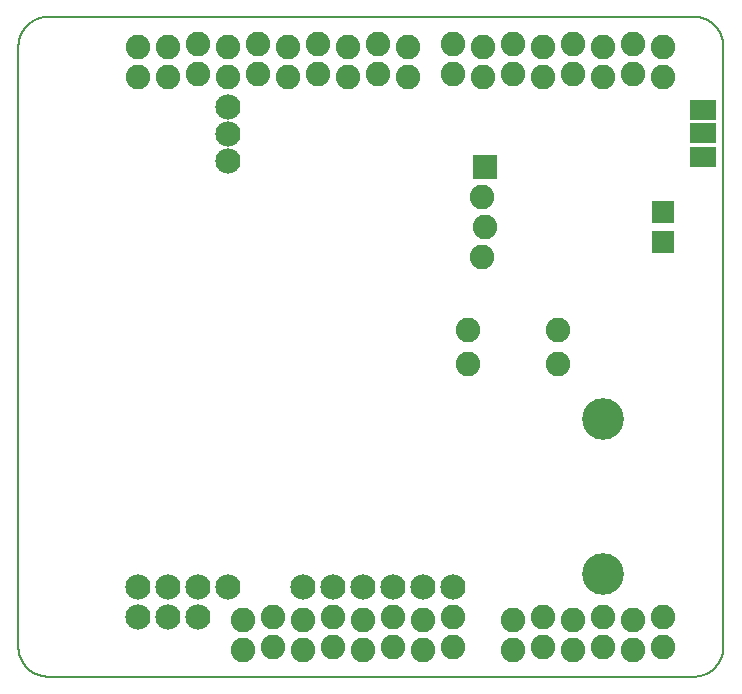
<source format=gbs>
G75*
%MOIN*%
%OFA0B0*%
%FSLAX25Y25*%
%IPPOS*%
%LPD*%
%AMOC8*
5,1,8,0,0,1.08239X$1,22.5*
%
%ADD10C,0.00500*%
%ADD11C,0.08200*%
%ADD12C,0.13900*%
%ADD13R,0.08674X0.06706*%
%ADD14R,0.08200X0.08200*%
%ADD15R,0.07200X0.07200*%
%ADD16C,0.08400*%
D10*
X0062524Y0033933D02*
X0062524Y0233933D01*
X0062527Y0234175D01*
X0062536Y0234416D01*
X0062550Y0234657D01*
X0062571Y0234898D01*
X0062597Y0235138D01*
X0062629Y0235378D01*
X0062667Y0235617D01*
X0062710Y0235854D01*
X0062760Y0236091D01*
X0062815Y0236326D01*
X0062875Y0236560D01*
X0062942Y0236792D01*
X0063013Y0237023D01*
X0063091Y0237252D01*
X0063174Y0237479D01*
X0063262Y0237704D01*
X0063356Y0237927D01*
X0063455Y0238147D01*
X0063560Y0238365D01*
X0063669Y0238580D01*
X0063784Y0238793D01*
X0063904Y0239003D01*
X0064029Y0239209D01*
X0064159Y0239413D01*
X0064294Y0239614D01*
X0064434Y0239811D01*
X0064578Y0240005D01*
X0064727Y0240195D01*
X0064881Y0240381D01*
X0065039Y0240564D01*
X0065201Y0240743D01*
X0065368Y0240918D01*
X0065539Y0241089D01*
X0065714Y0241256D01*
X0065893Y0241418D01*
X0066076Y0241576D01*
X0066262Y0241730D01*
X0066452Y0241879D01*
X0066646Y0242023D01*
X0066843Y0242163D01*
X0067044Y0242298D01*
X0067248Y0242428D01*
X0067454Y0242553D01*
X0067664Y0242673D01*
X0067877Y0242788D01*
X0068092Y0242897D01*
X0068310Y0243002D01*
X0068530Y0243101D01*
X0068753Y0243195D01*
X0068978Y0243283D01*
X0069205Y0243366D01*
X0069434Y0243444D01*
X0069665Y0243515D01*
X0069897Y0243582D01*
X0070131Y0243642D01*
X0070366Y0243697D01*
X0070603Y0243747D01*
X0070840Y0243790D01*
X0071079Y0243828D01*
X0071319Y0243860D01*
X0071559Y0243886D01*
X0071800Y0243907D01*
X0072041Y0243921D01*
X0072282Y0243930D01*
X0072524Y0243933D01*
X0287524Y0243933D01*
X0287766Y0243930D01*
X0288007Y0243921D01*
X0288248Y0243907D01*
X0288489Y0243886D01*
X0288729Y0243860D01*
X0288969Y0243828D01*
X0289208Y0243790D01*
X0289445Y0243747D01*
X0289682Y0243697D01*
X0289917Y0243642D01*
X0290151Y0243582D01*
X0290383Y0243515D01*
X0290614Y0243444D01*
X0290843Y0243366D01*
X0291070Y0243283D01*
X0291295Y0243195D01*
X0291518Y0243101D01*
X0291738Y0243002D01*
X0291956Y0242897D01*
X0292171Y0242788D01*
X0292384Y0242673D01*
X0292594Y0242553D01*
X0292800Y0242428D01*
X0293004Y0242298D01*
X0293205Y0242163D01*
X0293402Y0242023D01*
X0293596Y0241879D01*
X0293786Y0241730D01*
X0293972Y0241576D01*
X0294155Y0241418D01*
X0294334Y0241256D01*
X0294509Y0241089D01*
X0294680Y0240918D01*
X0294847Y0240743D01*
X0295009Y0240564D01*
X0295167Y0240381D01*
X0295321Y0240195D01*
X0295470Y0240005D01*
X0295614Y0239811D01*
X0295754Y0239614D01*
X0295889Y0239413D01*
X0296019Y0239209D01*
X0296144Y0239003D01*
X0296264Y0238793D01*
X0296379Y0238580D01*
X0296488Y0238365D01*
X0296593Y0238147D01*
X0296692Y0237927D01*
X0296786Y0237704D01*
X0296874Y0237479D01*
X0296957Y0237252D01*
X0297035Y0237023D01*
X0297106Y0236792D01*
X0297173Y0236560D01*
X0297233Y0236326D01*
X0297288Y0236091D01*
X0297338Y0235854D01*
X0297381Y0235617D01*
X0297419Y0235378D01*
X0297451Y0235138D01*
X0297477Y0234898D01*
X0297498Y0234657D01*
X0297512Y0234416D01*
X0297521Y0234175D01*
X0297524Y0233933D01*
X0297524Y0033933D01*
X0297521Y0033691D01*
X0297512Y0033450D01*
X0297498Y0033209D01*
X0297477Y0032968D01*
X0297451Y0032728D01*
X0297419Y0032488D01*
X0297381Y0032249D01*
X0297338Y0032012D01*
X0297288Y0031775D01*
X0297233Y0031540D01*
X0297173Y0031306D01*
X0297106Y0031074D01*
X0297035Y0030843D01*
X0296957Y0030614D01*
X0296874Y0030387D01*
X0296786Y0030162D01*
X0296692Y0029939D01*
X0296593Y0029719D01*
X0296488Y0029501D01*
X0296379Y0029286D01*
X0296264Y0029073D01*
X0296144Y0028863D01*
X0296019Y0028657D01*
X0295889Y0028453D01*
X0295754Y0028252D01*
X0295614Y0028055D01*
X0295470Y0027861D01*
X0295321Y0027671D01*
X0295167Y0027485D01*
X0295009Y0027302D01*
X0294847Y0027123D01*
X0294680Y0026948D01*
X0294509Y0026777D01*
X0294334Y0026610D01*
X0294155Y0026448D01*
X0293972Y0026290D01*
X0293786Y0026136D01*
X0293596Y0025987D01*
X0293402Y0025843D01*
X0293205Y0025703D01*
X0293004Y0025568D01*
X0292800Y0025438D01*
X0292594Y0025313D01*
X0292384Y0025193D01*
X0292171Y0025078D01*
X0291956Y0024969D01*
X0291738Y0024864D01*
X0291518Y0024765D01*
X0291295Y0024671D01*
X0291070Y0024583D01*
X0290843Y0024500D01*
X0290614Y0024422D01*
X0290383Y0024351D01*
X0290151Y0024284D01*
X0289917Y0024224D01*
X0289682Y0024169D01*
X0289445Y0024119D01*
X0289208Y0024076D01*
X0288969Y0024038D01*
X0288729Y0024006D01*
X0288489Y0023980D01*
X0288248Y0023959D01*
X0288007Y0023945D01*
X0287766Y0023936D01*
X0287524Y0023933D01*
X0072524Y0023933D01*
X0072282Y0023936D01*
X0072041Y0023945D01*
X0071800Y0023959D01*
X0071559Y0023980D01*
X0071319Y0024006D01*
X0071079Y0024038D01*
X0070840Y0024076D01*
X0070603Y0024119D01*
X0070366Y0024169D01*
X0070131Y0024224D01*
X0069897Y0024284D01*
X0069665Y0024351D01*
X0069434Y0024422D01*
X0069205Y0024500D01*
X0068978Y0024583D01*
X0068753Y0024671D01*
X0068530Y0024765D01*
X0068310Y0024864D01*
X0068092Y0024969D01*
X0067877Y0025078D01*
X0067664Y0025193D01*
X0067454Y0025313D01*
X0067248Y0025438D01*
X0067044Y0025568D01*
X0066843Y0025703D01*
X0066646Y0025843D01*
X0066452Y0025987D01*
X0066262Y0026136D01*
X0066076Y0026290D01*
X0065893Y0026448D01*
X0065714Y0026610D01*
X0065539Y0026777D01*
X0065368Y0026948D01*
X0065201Y0027123D01*
X0065039Y0027302D01*
X0064881Y0027485D01*
X0064727Y0027671D01*
X0064578Y0027861D01*
X0064434Y0028055D01*
X0064294Y0028252D01*
X0064159Y0028453D01*
X0064029Y0028657D01*
X0063904Y0028863D01*
X0063784Y0029073D01*
X0063669Y0029286D01*
X0063560Y0029501D01*
X0063455Y0029719D01*
X0063356Y0029939D01*
X0063262Y0030162D01*
X0063174Y0030387D01*
X0063091Y0030614D01*
X0063013Y0030843D01*
X0062942Y0031074D01*
X0062875Y0031306D01*
X0062815Y0031540D01*
X0062760Y0031775D01*
X0062710Y0032012D01*
X0062667Y0032249D01*
X0062629Y0032488D01*
X0062597Y0032728D01*
X0062571Y0032968D01*
X0062550Y0033209D01*
X0062536Y0033450D01*
X0062527Y0033691D01*
X0062524Y0033933D01*
D11*
X0137524Y0032933D03*
X0147524Y0033933D03*
X0157524Y0032933D03*
X0167524Y0033933D03*
X0177524Y0032933D03*
X0187524Y0033933D03*
X0197524Y0032933D03*
X0207524Y0033933D03*
X0207524Y0043933D03*
X0197524Y0042933D03*
X0187524Y0043933D03*
X0177524Y0042933D03*
X0167524Y0043933D03*
X0157524Y0042933D03*
X0147524Y0043933D03*
X0137524Y0042933D03*
X0227524Y0042933D03*
X0237524Y0043933D03*
X0247524Y0042933D03*
X0257524Y0043933D03*
X0267524Y0042933D03*
X0267524Y0032933D03*
X0257524Y0033933D03*
X0247524Y0032933D03*
X0237524Y0033933D03*
X0227524Y0032933D03*
X0277524Y0033933D03*
X0277524Y0043933D03*
X0242524Y0128233D03*
X0242524Y0139633D03*
X0212524Y0139633D03*
X0212524Y0128233D03*
X0217024Y0163933D03*
X0218024Y0173933D03*
X0217024Y0183933D03*
X0217524Y0223933D03*
X0227524Y0224933D03*
X0237524Y0223933D03*
X0247524Y0224933D03*
X0257524Y0223933D03*
X0267524Y0224933D03*
X0257524Y0233933D03*
X0267524Y0234933D03*
X0277524Y0233933D03*
X0277524Y0223933D03*
X0247524Y0234933D03*
X0237524Y0233933D03*
X0227524Y0234933D03*
X0217524Y0233933D03*
X0207524Y0234933D03*
X0207524Y0224933D03*
X0192524Y0223933D03*
X0182524Y0224933D03*
X0172524Y0223933D03*
X0162524Y0224933D03*
X0152524Y0223933D03*
X0142524Y0224933D03*
X0132524Y0223933D03*
X0122524Y0224933D03*
X0112524Y0223933D03*
X0102524Y0223933D03*
X0102524Y0233933D03*
X0112524Y0233933D03*
X0122524Y0234933D03*
X0132524Y0233933D03*
X0142524Y0234933D03*
X0152524Y0233933D03*
X0162524Y0234933D03*
X0172524Y0233933D03*
X0182524Y0234933D03*
X0192524Y0233933D03*
D12*
X0257524Y0109783D03*
X0257524Y0058083D03*
D13*
X0290870Y0197161D03*
X0290870Y0205035D03*
X0290870Y0212909D03*
D14*
X0218024Y0193933D03*
D15*
X0277524Y0178933D03*
X0277524Y0168933D03*
D16*
X0132524Y0195933D03*
X0132524Y0204933D03*
X0132524Y0213933D03*
X0132524Y0053933D03*
X0122524Y0053933D03*
X0112524Y0053933D03*
X0102524Y0053933D03*
X0102524Y0043933D03*
X0112524Y0043933D03*
X0122524Y0043933D03*
X0157524Y0053933D03*
X0167524Y0053933D03*
X0177524Y0053933D03*
X0187524Y0053933D03*
X0197524Y0053933D03*
X0207524Y0053933D03*
M02*

</source>
